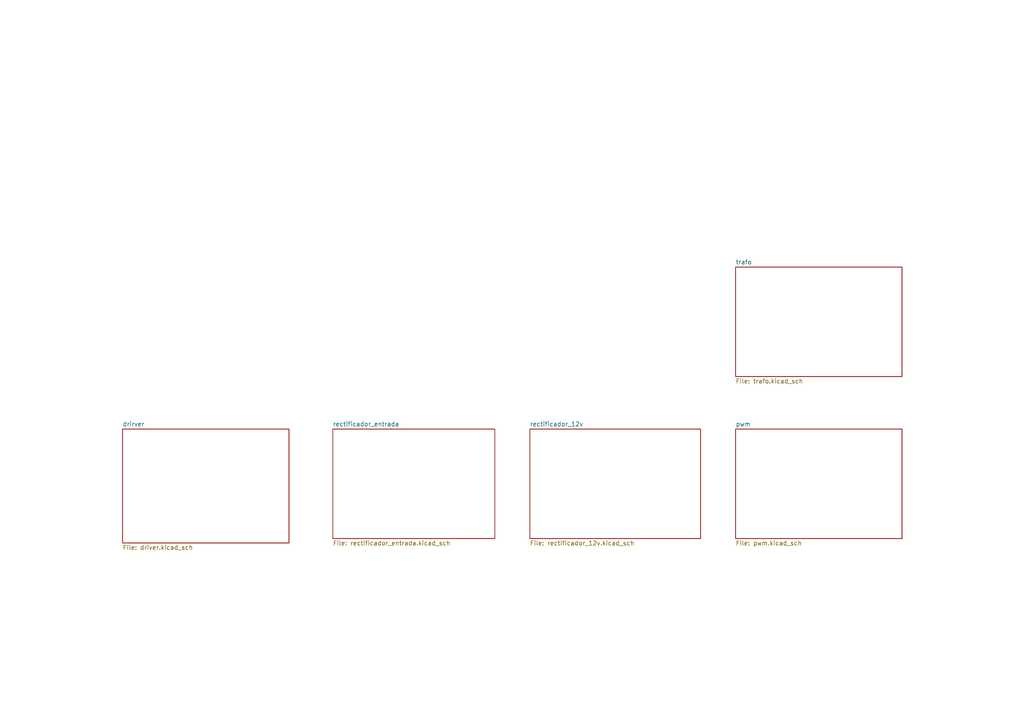
<source format=kicad_sch>
(kicad_sch (version 20230121) (generator eeschema)
  (paper "A4")
  (lib_symbols)
  (sheet (at 96.52 124.46) (size 46.99 31.75) (stroke (width 0.1524))
    (property "Sheetname" "rectificador_entrada" (at 96.52 123.7484 0) (effects (justify left bottom)))
    (property "Sheetfile" "rectificador_entrada.kicad_sch" (at 96.52 156.7946 0) (effects (justify left top)))
  )
  (sheet (at 213.36 124.46) (size 48.26 31.75) (stroke (width 0.1524))
    (property "Sheetname" "pwm" (at 213.36 123.7484 0) (effects (justify left bottom)))
    (property "Sheetfile" "pwm.kicad_sch" (at 213.36 156.7946 0) (effects (justify left top)))
  )
  (sheet (at 153.67 124.46) (size 49.53 31.75) (stroke (width 0.1524))
    (property "Sheetname" "rectificador_12v" (at 153.67 123.7484 0) (effects (justify left bottom)))
    (property "Sheetfile" "rectificador_12v.kicad_sch" (at 153.67 156.7946 0) (effects (justify left top)))
  )
  (sheet (at 213.36 77.47) (size 48.26 31.75) (stroke (width 0.1524))
    (property "Sheetname" "trafo" (at 213.36 76.7584 0) (effects (justify left bottom)))
    (property "Sheetfile" "trafo.kicad_sch" (at 213.36 109.8046 0) (effects (justify left top)))
  )
  (sheet (at 35.56 124.46) (size 48.26 33.02) (stroke (width 0.1524))
    (property "Sheetname" "drirver" (at 35.56 123.7484 0) (effects (justify left bottom)))
    (property "Sheetfile" "driver.kicad_sch" (at 35.56 158.0646 0) (effects (justify left top)))
  )
)
</source>
